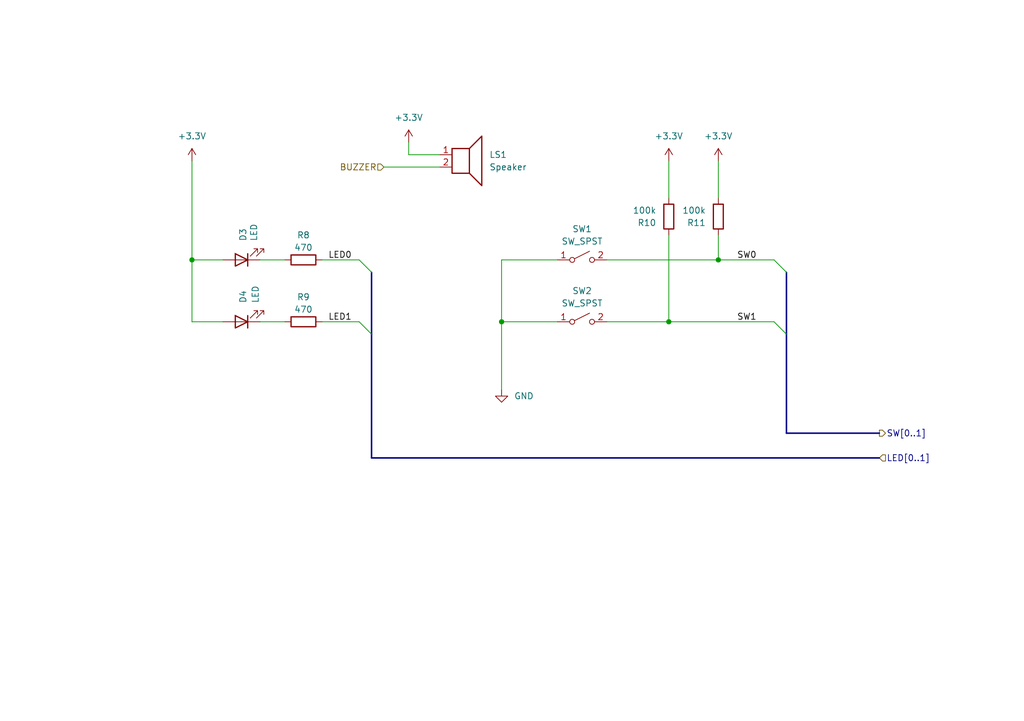
<source format=kicad_sch>
(kicad_sch (version 20211123) (generator eeschema)
  (paper "A5")
  (title_block (title "Simon") (company "ARES"))
  (lib_symbols
    (symbol "Device:LED" (pin_numbers hide) (pin_names (offset 1.016) hide)
      (property "Reference" "D" (at 0 2.54 0))
      (property "Value" "LED" (at 0 -2.54 0))
      (symbol "LED_0_1"
        (polyline (pts (xy -1.27 -1.27) (xy -1.27 1.27)) (stroke (width 0.254)))
        (polyline (pts (xy -1.27 0) (xy 1.27 0)))
        (polyline (pts (xy 1.27 -1.27) (xy 1.27 1.27) (xy -1.27 0) (xy 1.27 -1.27)) (stroke (width 0.254)))
        (polyline (pts (xy -3.048 -0.762) (xy -4.572 -2.286) (xy -3.81 -2.286) (xy -4.572 -2.286) (xy -4.572 -1.524)))
        (polyline (pts (xy -1.778 -0.762) (xy -3.302 -2.286) (xy -2.54 -2.286) (xy -3.302 -2.286) (xy -3.302 -1.524)))
      )
      (symbol "LED_1_1"
        (pin passive line (at -3.81 0 0) (length 2.54) (name "K") (number "1"))
        (pin passive line (at 3.81 0 180) (length 2.54) (name "A") (number "2"))
      )
    )
    (symbol "Device:R" (pin_numbers hide) (pin_names (offset 0))
      (property "Reference" "R" (at 2.032 0 90))
      (property "Value" "R" (at 0 0 90))
      (symbol "R_0_1"
        (rectangle (start -1.016 -2.54) (end 1.016 2.54) (stroke (width 0.254)))
      )
      (symbol "R_1_1"
        (pin passive line (at 0 3.81 270) (length 1.27) (name "~") (number "1"))
        (pin passive line (at 0 -3.81 90) (length 1.27) (name "~") (number "2"))
      )
    )
    (symbol "Device:Speaker" (pin_names (offset 0) hide)
      (property "Reference" "LS" (at 1.27 5.715 0))
      (property "Value" "Speaker" (at 1.27 3.81 0))
      (symbol "Speaker_0_0"
        (rectangle (start -2.54 1.27) (end 1.016 -3.81) (stroke (width 0.254)))
        (polyline (pts (xy 1.016 1.27) (xy 3.556 3.81) (xy 3.556 -6.35) (xy 1.016 -3.81)) (stroke (width 0.254)))
      )
      (symbol "Speaker_1_1"
        (pin input line (at -5.08 0 0) (length 2.54) (name "1") (number "1"))
        (pin input line (at -5.08 -2.54 0) (length 2.54) (name "2") (number "2"))
      )
    )
    (symbol "Switch:SW_SPST" (pin_names (offset 0) hide)
      (property "Reference" "SW" (at 0 3.175 0))
      (property "Value" "SW_SPST" (at 0 -2.54 0))
      (symbol "SW_SPST_0_0"
        (circle (center -2.032 0) (radius 0.508))
        (polyline (pts (xy -1.524 0.254) (xy 1.524 1.778)))
        (circle (center 2.032 0) (radius 0.508))
      )
      (symbol "SW_SPST_1_1"
        (pin passive line (at -5.08 0 0) (length 2.54) (name "A") (number "1"))
        (pin passive line (at 5.08 0 180) (length 2.54) (name "B") (number "2"))
      )
    )
    (symbol "power:+3.3V" (power) (pin_names (offset 0))
      (property "Value" "+3.3V" (at 0 3.556 0))
      (symbol "+3.3V_0_1"
        (polyline (pts (xy -0.762 1.27) (xy 0 2.54)))
        (polyline (pts (xy 0 0) (xy 0 2.54)))
        (polyline (pts (xy 0 2.54) (xy 0.762 1.27)))
      )
      (symbol "+3.3V_1_1"
        (pin power_in line (at 0 0 90) (length 0) hide (name "+3.3V") (number "1"))
      )
    )
    (symbol "power:GND" (power) (pin_names (offset 0))
      (property "Value" "GND" (at 0 -3.81 0))
      (symbol "GND_0_1"
        (polyline (pts (xy 0 0) (xy 0 -1.27) (xy 1.27 -1.27) (xy 0 -2.54) (xy -1.27 -1.27) (xy 0 -1.27)))
      )
      (symbol "GND_1_1"
        (pin power_in line (at 0 0 270) (length 0) hide (name "GND") (number "1"))
      )
    )
  )
  (junction (at 137.16 66.04))
  (junction (at 102.87 66.04))
  (junction (at 39.37 53.34))
  (junction (at 147.32 53.34))
  (bus_entry (at 73.66 66.04) (size 2.54 2.54))
  (bus_entry (at 158.75 53.34) (size 2.54 2.54))
  (bus_entry (at 73.66 53.34) (size 2.54 2.54))
  (bus_entry (at 158.75 66.04) (size 2.54 2.54))
  (wire (pts (xy 102.87 66.04) (xy 102.87 80.01)))
  (bus (pts (xy 76.2 93.98) (xy 180.34 93.98)))
  (wire (pts (xy 137.16 66.04) (xy 158.75 66.04)))
  (bus (pts (xy 76.2 68.58) (xy 76.2 93.98)))
  (wire (pts (xy 66.04 53.34) (xy 73.66 53.34)))
  (bus (pts (xy 161.29 68.58) (xy 161.29 88.9)))
  (wire (pts (xy 39.37 33.02) (xy 39.37 53.34)))
  (wire (pts (xy 39.37 66.04) (xy 45.72 66.04)))
  (wire (pts (xy 53.34 53.34) (xy 58.42 53.34)))
  (wire (pts (xy 124.46 66.04) (xy 137.16 66.04)))
  (wire (pts (xy 53.34 66.04) (xy 58.42 66.04)))
  (wire (pts (xy 78.74 34.29) (xy 90.17 34.29)))
  (wire (pts (xy 102.87 53.34) (xy 114.3 53.34)))
  (wire (pts (xy 102.87 66.04) (xy 102.87 53.34)))
  (wire (pts (xy 137.16 48.26) (xy 137.16 66.04)))
  (wire (pts (xy 66.04 66.04) (xy 73.66 66.04)))
  (wire (pts (xy 102.87 66.04) (xy 114.3 66.04)))
  (wire (pts (xy 147.32 53.34) (xy 147.32 48.26)))
  (bus (pts (xy 76.2 55.88) (xy 76.2 68.58)))
  (wire (pts (xy 39.37 53.34) (xy 39.37 66.04)))
  (wire (pts (xy 147.32 53.34) (xy 158.75 53.34)))
  (wire (pts (xy 147.32 33.02) (xy 147.32 40.64)))
  (wire (pts (xy 124.46 53.34) (xy 147.32 53.34)))
  (wire (pts (xy 137.16 33.02) (xy 137.16 40.64)))
  (wire (pts (xy 39.37 53.34) (xy 45.72 53.34)))
  (wire (pts (xy 90.17 31.75) (xy 83.82 31.75)))
  (bus (pts (xy 161.29 55.88) (xy 161.29 68.58)))
  (wire (pts (xy 83.82 31.75) (xy 83.82 29.21)))
  (bus (pts (xy 161.29 88.9) (xy 180.34 88.9)))
  (label "SW0" (at 151.13 53.34 0))
  (label "SW1" (at 151.13 66.04 0))
  (label "LED1" (at 67.31 66.04 0))
  (label "LED0" (at 67.31 53.34 0))
  (hierarchical_label "LED[0..1]" (shape input) (at 180.34 93.98 0))
  (hierarchical_label "BUZZER" (shape input) (at 78.74 34.29 180))
  (hierarchical_label "SW[0..1]" (shape output) (at 180.34 88.9 0))
  (symbol (lib_id "power:+3.3V") (at 147.32 33.02 0) (unit 1)
    (property "Reference" "#PWR015" (effects hide))
    (property "Value" "+3.3V" (at 147.32 27.94 0))
  )
  (symbol (lib_id "Device:LED") (at 49.53 53.34 180) (unit 1)
    (property "Reference" "D3" (at 49.8474 49.53 90) (effects (justify right)))
    (property "Value" "LED" (at 52.07 49.53 90) (effects (justify right)))
    (property "Footprint" "LED_THT:LED_D5.0mm_Clear" (effects hide))
  )
  (symbol (lib_id "Device:R") (at 137.16 44.45 0) (unit 1)
    (property "Reference" "R10" (at 134.62 45.7201 0) (effects (justify right)))
    (property "Value" "100k" (at 134.62 43.1801 0) (effects (justify right)))
    (property "Footprint" "Resistor_SMD:R_0805_2012Metric" (effects hide))
  )
  (symbol (lib_id "power:GND") (at 102.87 80.01 0) (unit 1)
    (property "Reference" "#PWR013" (effects hide))
    (property "Value" "GND" (at 105.41 81.2799 0) (effects (justify left)))
  )
  (symbol (lib_id "Device:R") (at 62.23 66.04 90) (unit 1)
    (property "Reference" "R9" (at 62.23 60.96 90))
    (property "Value" "470" (at 62.23 63.5 90))
    (property "Footprint" "Resistor_SMD:R_0805_2012Metric" (effects hide))
  )
  (symbol (lib_id "power:+3.3V") (at 83.82 29.21 0) (unit 1)
    (property "Reference" "#PWR012" (effects hide))
    (property "Value" "+3.3V" (at 83.82 24.13 0))
  )
  (symbol (lib_id "Device:Speaker") (at 95.25 31.75 0) (unit 1)
    (property "Reference" "LS1" (at 100.33 31.7499 0) (effects (justify left)))
    (property "Value" "Speaker" (at 100.33 34.2899 0) (effects (justify left)))
    (property "Footprint" "Buzzer_Beeper:MagneticBuzzer_ProSignal_ABT-410-RC" (effects hide))
  )
  (symbol (lib_id "power:+3.3V") (at 137.16 33.02 0) (unit 1)
    (property "Reference" "#PWR014" (effects hide))
    (property "Value" "+3.3V" (at 137.16 27.94 0))
  )
  (symbol (lib_id "Device:LED") (at 49.53 66.04 180) (unit 1)
    (property "Reference" "D4" (at 49.8474 62.23 90) (effects (justify right)))
    (property "Value" "LED" (at 52.3874 62.23 90) (effects (justify right)))
    (property "Footprint" "LED_THT:LED_D5.0mm_Clear" (effects hide))
  )
  (symbol (lib_id "Device:R") (at 62.23 53.34 90) (unit 1)
    (property "Reference" "R8" (at 62.23 48.26 90))
    (property "Value" "470" (at 62.23 50.8 90))
    (property "Footprint" "Resistor_SMD:R_0805_2012Metric" (effects hide))
  )
  (symbol (lib_id "power:+3.3V") (at 39.37 33.02 0) (unit 1)
    (property "Reference" "#PWR011" (effects hide))
    (property "Value" "+3.3V" (at 39.37 27.94 0))
  )
  (symbol (lib_id "Switch:SW_SPST") (at 119.38 53.34 0) (unit 1)
    (property "Reference" "SW1" (at 119.38 46.99 0))
    (property "Value" "SW_SPST" (at 119.38 49.53 0))
    (property "Footprint" "Button_Switch_THT:SW_PUSH_6mm_H5mm" (effects hide))
  )
  (symbol (lib_id "Switch:SW_SPST") (at 119.38 66.04 0) (unit 1)
    (property "Reference" "SW2" (at 119.38 59.69 0))
    (property "Value" "SW_SPST" (at 119.38 62.23 0))
    (property "Footprint" "Button_Switch_THT:SW_PUSH_6mm_H5mm" (effects hide))
  )
  (symbol (lib_id "Device:R") (at 147.32 44.45 0) (unit 1)
    (property "Reference" "R11" (at 144.78 45.7201 0) (effects (justify right)))
    (property "Value" "100k" (at 144.78 43.1801 0) (effects (justify right)))
    (property "Footprint" "Resistor_SMD:R_0805_2012Metric" (effects hide))
  )
)
</source>
